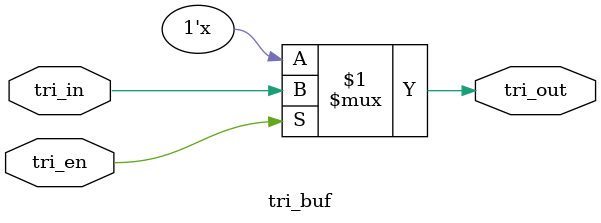
<source format=v>
module tri_buf(
	tri_in,
	tri_out,
	tri_en,
	);
input wire tri_in, tri_en;
output wire tri_out;

assign tri_out = (tri_en)? tri_in:1'bz;

endmodule
</source>
